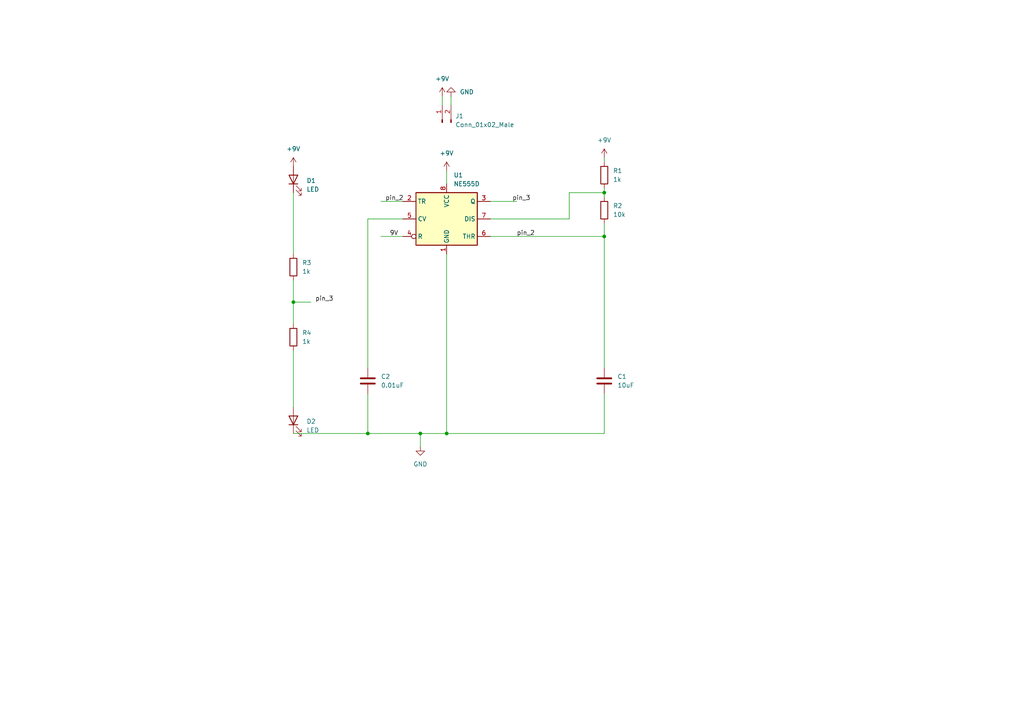
<source format=kicad_sch>
(kicad_sch (version 20211123) (generator eeschema)

  (uuid 2d70a6e8-45d7-4a5e-aa77-b39c2c21f900)

  (paper "A4")

  (lib_symbols
    (symbol "Connector:Conn_01x02_Male" (pin_names (offset 1.016) hide) (in_bom yes) (on_board yes)
      (property "Reference" "J" (id 0) (at 0 2.54 0)
        (effects (font (size 1.27 1.27)))
      )
      (property "Value" "Conn_01x02_Male" (id 1) (at 0 -5.08 0)
        (effects (font (size 1.27 1.27)))
      )
      (property "Footprint" "" (id 2) (at 0 0 0)
        (effects (font (size 1.27 1.27)) hide)
      )
      (property "Datasheet" "~" (id 3) (at 0 0 0)
        (effects (font (size 1.27 1.27)) hide)
      )
      (property "ki_keywords" "connector" (id 4) (at 0 0 0)
        (effects (font (size 1.27 1.27)) hide)
      )
      (property "ki_description" "Generic connector, single row, 01x02, script generated (kicad-library-utils/schlib/autogen/connector/)" (id 5) (at 0 0 0)
        (effects (font (size 1.27 1.27)) hide)
      )
      (property "ki_fp_filters" "Connector*:*_1x??_*" (id 6) (at 0 0 0)
        (effects (font (size 1.27 1.27)) hide)
      )
      (symbol "Conn_01x02_Male_1_1"
        (polyline
          (pts
            (xy 1.27 -2.54)
            (xy 0.8636 -2.54)
          )
          (stroke (width 0.1524) (type default) (color 0 0 0 0))
          (fill (type none))
        )
        (polyline
          (pts
            (xy 1.27 0)
            (xy 0.8636 0)
          )
          (stroke (width 0.1524) (type default) (color 0 0 0 0))
          (fill (type none))
        )
        (rectangle (start 0.8636 -2.413) (end 0 -2.667)
          (stroke (width 0.1524) (type default) (color 0 0 0 0))
          (fill (type outline))
        )
        (rectangle (start 0.8636 0.127) (end 0 -0.127)
          (stroke (width 0.1524) (type default) (color 0 0 0 0))
          (fill (type outline))
        )
        (pin passive line (at 5.08 0 180) (length 3.81)
          (name "Pin_1" (effects (font (size 1.27 1.27))))
          (number "1" (effects (font (size 1.27 1.27))))
        )
        (pin passive line (at 5.08 -2.54 180) (length 3.81)
          (name "Pin_2" (effects (font (size 1.27 1.27))))
          (number "2" (effects (font (size 1.27 1.27))))
        )
      )
    )
    (symbol "Device:C" (pin_numbers hide) (pin_names (offset 0.254)) (in_bom yes) (on_board yes)
      (property "Reference" "C" (id 0) (at 0.635 2.54 0)
        (effects (font (size 1.27 1.27)) (justify left))
      )
      (property "Value" "C" (id 1) (at 0.635 -2.54 0)
        (effects (font (size 1.27 1.27)) (justify left))
      )
      (property "Footprint" "" (id 2) (at 0.9652 -3.81 0)
        (effects (font (size 1.27 1.27)) hide)
      )
      (property "Datasheet" "~" (id 3) (at 0 0 0)
        (effects (font (size 1.27 1.27)) hide)
      )
      (property "ki_keywords" "cap capacitor" (id 4) (at 0 0 0)
        (effects (font (size 1.27 1.27)) hide)
      )
      (property "ki_description" "Unpolarized capacitor" (id 5) (at 0 0 0)
        (effects (font (size 1.27 1.27)) hide)
      )
      (property "ki_fp_filters" "C_*" (id 6) (at 0 0 0)
        (effects (font (size 1.27 1.27)) hide)
      )
      (symbol "C_0_1"
        (polyline
          (pts
            (xy -2.032 -0.762)
            (xy 2.032 -0.762)
          )
          (stroke (width 0.508) (type default) (color 0 0 0 0))
          (fill (type none))
        )
        (polyline
          (pts
            (xy -2.032 0.762)
            (xy 2.032 0.762)
          )
          (stroke (width 0.508) (type default) (color 0 0 0 0))
          (fill (type none))
        )
      )
      (symbol "C_1_1"
        (pin passive line (at 0 3.81 270) (length 2.794)
          (name "~" (effects (font (size 1.27 1.27))))
          (number "1" (effects (font (size 1.27 1.27))))
        )
        (pin passive line (at 0 -3.81 90) (length 2.794)
          (name "~" (effects (font (size 1.27 1.27))))
          (number "2" (effects (font (size 1.27 1.27))))
        )
      )
    )
    (symbol "Device:LED" (pin_numbers hide) (pin_names (offset 1.016) hide) (in_bom yes) (on_board yes)
      (property "Reference" "D" (id 0) (at 0 2.54 0)
        (effects (font (size 1.27 1.27)))
      )
      (property "Value" "LED" (id 1) (at 0 -2.54 0)
        (effects (font (size 1.27 1.27)))
      )
      (property "Footprint" "" (id 2) (at 0 0 0)
        (effects (font (size 1.27 1.27)) hide)
      )
      (property "Datasheet" "~" (id 3) (at 0 0 0)
        (effects (font (size 1.27 1.27)) hide)
      )
      (property "ki_keywords" "LED diode" (id 4) (at 0 0 0)
        (effects (font (size 1.27 1.27)) hide)
      )
      (property "ki_description" "Light emitting diode" (id 5) (at 0 0 0)
        (effects (font (size 1.27 1.27)) hide)
      )
      (property "ki_fp_filters" "LED* LED_SMD:* LED_THT:*" (id 6) (at 0 0 0)
        (effects (font (size 1.27 1.27)) hide)
      )
      (symbol "LED_0_1"
        (polyline
          (pts
            (xy -1.27 -1.27)
            (xy -1.27 1.27)
          )
          (stroke (width 0.254) (type default) (color 0 0 0 0))
          (fill (type none))
        )
        (polyline
          (pts
            (xy -1.27 0)
            (xy 1.27 0)
          )
          (stroke (width 0) (type default) (color 0 0 0 0))
          (fill (type none))
        )
        (polyline
          (pts
            (xy 1.27 -1.27)
            (xy 1.27 1.27)
            (xy -1.27 0)
            (xy 1.27 -1.27)
          )
          (stroke (width 0.254) (type default) (color 0 0 0 0))
          (fill (type none))
        )
        (polyline
          (pts
            (xy -3.048 -0.762)
            (xy -4.572 -2.286)
            (xy -3.81 -2.286)
            (xy -4.572 -2.286)
            (xy -4.572 -1.524)
          )
          (stroke (width 0) (type default) (color 0 0 0 0))
          (fill (type none))
        )
        (polyline
          (pts
            (xy -1.778 -0.762)
            (xy -3.302 -2.286)
            (xy -2.54 -2.286)
            (xy -3.302 -2.286)
            (xy -3.302 -1.524)
          )
          (stroke (width 0) (type default) (color 0 0 0 0))
          (fill (type none))
        )
      )
      (symbol "LED_1_1"
        (pin passive line (at -3.81 0 0) (length 2.54)
          (name "K" (effects (font (size 1.27 1.27))))
          (number "1" (effects (font (size 1.27 1.27))))
        )
        (pin passive line (at 3.81 0 180) (length 2.54)
          (name "A" (effects (font (size 1.27 1.27))))
          (number "2" (effects (font (size 1.27 1.27))))
        )
      )
    )
    (symbol "Device:R" (pin_numbers hide) (pin_names (offset 0)) (in_bom yes) (on_board yes)
      (property "Reference" "R" (id 0) (at 2.032 0 90)
        (effects (font (size 1.27 1.27)))
      )
      (property "Value" "R" (id 1) (at 0 0 90)
        (effects (font (size 1.27 1.27)))
      )
      (property "Footprint" "" (id 2) (at -1.778 0 90)
        (effects (font (size 1.27 1.27)) hide)
      )
      (property "Datasheet" "~" (id 3) (at 0 0 0)
        (effects (font (size 1.27 1.27)) hide)
      )
      (property "ki_keywords" "R res resistor" (id 4) (at 0 0 0)
        (effects (font (size 1.27 1.27)) hide)
      )
      (property "ki_description" "Resistor" (id 5) (at 0 0 0)
        (effects (font (size 1.27 1.27)) hide)
      )
      (property "ki_fp_filters" "R_*" (id 6) (at 0 0 0)
        (effects (font (size 1.27 1.27)) hide)
      )
      (symbol "R_0_1"
        (rectangle (start -1.016 -2.54) (end 1.016 2.54)
          (stroke (width 0.254) (type default) (color 0 0 0 0))
          (fill (type none))
        )
      )
      (symbol "R_1_1"
        (pin passive line (at 0 3.81 270) (length 1.27)
          (name "~" (effects (font (size 1.27 1.27))))
          (number "1" (effects (font (size 1.27 1.27))))
        )
        (pin passive line (at 0 -3.81 90) (length 1.27)
          (name "~" (effects (font (size 1.27 1.27))))
          (number "2" (effects (font (size 1.27 1.27))))
        )
      )
    )
    (symbol "Timer:NE555D" (in_bom yes) (on_board yes)
      (property "Reference" "U" (id 0) (at -10.16 8.89 0)
        (effects (font (size 1.27 1.27)) (justify left))
      )
      (property "Value" "NE555D" (id 1) (at 2.54 8.89 0)
        (effects (font (size 1.27 1.27)) (justify left))
      )
      (property "Footprint" "Package_SO:SOIC-8_3.9x4.9mm_P1.27mm" (id 2) (at 21.59 -10.16 0)
        (effects (font (size 1.27 1.27)) hide)
      )
      (property "Datasheet" "http://www.ti.com/lit/ds/symlink/ne555.pdf" (id 3) (at 21.59 -10.16 0)
        (effects (font (size 1.27 1.27)) hide)
      )
      (property "ki_keywords" "single timer 555" (id 4) (at 0 0 0)
        (effects (font (size 1.27 1.27)) hide)
      )
      (property "ki_description" "Precision Timers, 555 compatible, SOIC-8" (id 5) (at 0 0 0)
        (effects (font (size 1.27 1.27)) hide)
      )
      (property "ki_fp_filters" "SOIC*3.9x4.9mm*P1.27mm*" (id 6) (at 0 0 0)
        (effects (font (size 1.27 1.27)) hide)
      )
      (symbol "NE555D_0_0"
        (pin power_in line (at 0 -10.16 90) (length 2.54)
          (name "GND" (effects (font (size 1.27 1.27))))
          (number "1" (effects (font (size 1.27 1.27))))
        )
        (pin power_in line (at 0 10.16 270) (length 2.54)
          (name "VCC" (effects (font (size 1.27 1.27))))
          (number "8" (effects (font (size 1.27 1.27))))
        )
      )
      (symbol "NE555D_0_1"
        (rectangle (start -8.89 -7.62) (end 8.89 7.62)
          (stroke (width 0.254) (type default) (color 0 0 0 0))
          (fill (type background))
        )
        (rectangle (start -8.89 -7.62) (end 8.89 7.62)
          (stroke (width 0.254) (type default) (color 0 0 0 0))
          (fill (type background))
        )
      )
      (symbol "NE555D_1_1"
        (pin input line (at -12.7 5.08 0) (length 3.81)
          (name "TR" (effects (font (size 1.27 1.27))))
          (number "2" (effects (font (size 1.27 1.27))))
        )
        (pin output line (at 12.7 5.08 180) (length 3.81)
          (name "Q" (effects (font (size 1.27 1.27))))
          (number "3" (effects (font (size 1.27 1.27))))
        )
        (pin input inverted (at -12.7 -5.08 0) (length 3.81)
          (name "R" (effects (font (size 1.27 1.27))))
          (number "4" (effects (font (size 1.27 1.27))))
        )
        (pin input line (at -12.7 0 0) (length 3.81)
          (name "CV" (effects (font (size 1.27 1.27))))
          (number "5" (effects (font (size 1.27 1.27))))
        )
        (pin input line (at 12.7 -5.08 180) (length 3.81)
          (name "THR" (effects (font (size 1.27 1.27))))
          (number "6" (effects (font (size 1.27 1.27))))
        )
        (pin input line (at 12.7 0 180) (length 3.81)
          (name "DIS" (effects (font (size 1.27 1.27))))
          (number "7" (effects (font (size 1.27 1.27))))
        )
      )
    )
    (symbol "power:+9V" (power) (pin_names (offset 0)) (in_bom yes) (on_board yes)
      (property "Reference" "#PWR" (id 0) (at 0 -3.81 0)
        (effects (font (size 1.27 1.27)) hide)
      )
      (property "Value" "+9V" (id 1) (at 0 3.556 0)
        (effects (font (size 1.27 1.27)))
      )
      (property "Footprint" "" (id 2) (at 0 0 0)
        (effects (font (size 1.27 1.27)) hide)
      )
      (property "Datasheet" "" (id 3) (at 0 0 0)
        (effects (font (size 1.27 1.27)) hide)
      )
      (property "ki_keywords" "global power" (id 4) (at 0 0 0)
        (effects (font (size 1.27 1.27)) hide)
      )
      (property "ki_description" "Power symbol creates a global label with name \"+9V\"" (id 5) (at 0 0 0)
        (effects (font (size 1.27 1.27)) hide)
      )
      (symbol "+9V_0_1"
        (polyline
          (pts
            (xy -0.762 1.27)
            (xy 0 2.54)
          )
          (stroke (width 0) (type default) (color 0 0 0 0))
          (fill (type none))
        )
        (polyline
          (pts
            (xy 0 0)
            (xy 0 2.54)
          )
          (stroke (width 0) (type default) (color 0 0 0 0))
          (fill (type none))
        )
        (polyline
          (pts
            (xy 0 2.54)
            (xy 0.762 1.27)
          )
          (stroke (width 0) (type default) (color 0 0 0 0))
          (fill (type none))
        )
      )
      (symbol "+9V_1_1"
        (pin power_in line (at 0 0 90) (length 0) hide
          (name "+9V" (effects (font (size 1.27 1.27))))
          (number "1" (effects (font (size 1.27 1.27))))
        )
      )
    )
    (symbol "power:GND" (power) (pin_names (offset 0)) (in_bom yes) (on_board yes)
      (property "Reference" "#PWR" (id 0) (at 0 -6.35 0)
        (effects (font (size 1.27 1.27)) hide)
      )
      (property "Value" "GND" (id 1) (at 0 -3.81 0)
        (effects (font (size 1.27 1.27)))
      )
      (property "Footprint" "" (id 2) (at 0 0 0)
        (effects (font (size 1.27 1.27)) hide)
      )
      (property "Datasheet" "" (id 3) (at 0 0 0)
        (effects (font (size 1.27 1.27)) hide)
      )
      (property "ki_keywords" "global power" (id 4) (at 0 0 0)
        (effects (font (size 1.27 1.27)) hide)
      )
      (property "ki_description" "Power symbol creates a global label with name \"GND\" , ground" (id 5) (at 0 0 0)
        (effects (font (size 1.27 1.27)) hide)
      )
      (symbol "GND_0_1"
        (polyline
          (pts
            (xy 0 0)
            (xy 0 -1.27)
            (xy 1.27 -1.27)
            (xy 0 -2.54)
            (xy -1.27 -1.27)
            (xy 0 -1.27)
          )
          (stroke (width 0) (type default) (color 0 0 0 0))
          (fill (type none))
        )
      )
      (symbol "GND_1_1"
        (pin power_in line (at 0 0 270) (length 0) hide
          (name "GND" (effects (font (size 1.27 1.27))))
          (number "1" (effects (font (size 1.27 1.27))))
        )
      )
    )
  )

  (junction (at 106.68 125.73) (diameter 0) (color 0 0 0 0)
    (uuid 867f1951-7433-4a99-8d14-593a5830138d)
  )
  (junction (at 175.26 68.58) (diameter 0) (color 0 0 0 0)
    (uuid d1aab110-2154-4f78-a8a9-273fa1587c67)
  )
  (junction (at 121.92 125.73) (diameter 0) (color 0 0 0 0)
    (uuid da61bd5f-f796-49ea-852e-52e883ce3228)
  )
  (junction (at 175.26 55.88) (diameter 0) (color 0 0 0 0)
    (uuid dc76adc7-6acf-4aa9-814c-28db235efd21)
  )
  (junction (at 129.54 125.73) (diameter 0) (color 0 0 0 0)
    (uuid e97d2780-167f-4ab8-b649-2e3b01ccbdfa)
  )
  (junction (at 85.09 87.63) (diameter 0) (color 0 0 0 0)
    (uuid ff5de2ce-ba59-4305-8542-e8af9222aaa7)
  )

  (wire (pts (xy 106.68 125.73) (xy 121.92 125.73))
    (stroke (width 0) (type default) (color 0 0 0 0))
    (uuid 17768775-2ce9-42fd-b7e3-f0031fb22ba3)
  )
  (wire (pts (xy 85.09 101.6) (xy 85.09 118.11))
    (stroke (width 0) (type default) (color 0 0 0 0))
    (uuid 20ff7b44-84d1-466b-9c2f-ef670086fe15)
  )
  (wire (pts (xy 142.24 68.58) (xy 175.26 68.58))
    (stroke (width 0) (type default) (color 0 0 0 0))
    (uuid 24bae839-1451-4d38-b303-881573a5d3f7)
  )
  (wire (pts (xy 106.68 125.73) (xy 106.68 114.3))
    (stroke (width 0) (type default) (color 0 0 0 0))
    (uuid 2cd2bdee-92b5-4220-8d3f-40d579c1961d)
  )
  (wire (pts (xy 175.26 114.3) (xy 175.26 125.73))
    (stroke (width 0) (type default) (color 0 0 0 0))
    (uuid 340aa140-6ca2-4b33-9959-f8a9867595be)
  )
  (wire (pts (xy 110.49 68.58) (xy 116.84 68.58))
    (stroke (width 0) (type default) (color 0 0 0 0))
    (uuid 343c215e-366c-4e60-9a9c-38ec19cebce6)
  )
  (wire (pts (xy 129.54 49.53) (xy 129.54 53.34))
    (stroke (width 0) (type default) (color 0 0 0 0))
    (uuid 3e763583-c4f6-48b8-a94b-626a61b200ac)
  )
  (wire (pts (xy 121.92 129.54) (xy 121.92 125.73))
    (stroke (width 0) (type default) (color 0 0 0 0))
    (uuid 3f141609-7a09-49b2-ade6-21f0189074cd)
  )
  (wire (pts (xy 106.68 106.68) (xy 106.68 63.5))
    (stroke (width 0) (type default) (color 0 0 0 0))
    (uuid 4108dbe4-b275-4192-8559-103bf5a5933b)
  )
  (wire (pts (xy 142.24 63.5) (xy 165.1 63.5))
    (stroke (width 0) (type default) (color 0 0 0 0))
    (uuid 426a315e-c70c-4d4a-839e-5217e0ba4873)
  )
  (wire (pts (xy 106.68 63.5) (xy 116.84 63.5))
    (stroke (width 0) (type default) (color 0 0 0 0))
    (uuid 453ea2c9-8d8f-4894-876b-2f1a24100ce6)
  )
  (wire (pts (xy 121.92 125.73) (xy 129.54 125.73))
    (stroke (width 0) (type default) (color 0 0 0 0))
    (uuid 57604c9c-5dd2-471b-b581-ab4d25ff5841)
  )
  (wire (pts (xy 175.26 64.77) (xy 175.26 68.58))
    (stroke (width 0) (type default) (color 0 0 0 0))
    (uuid 5ee138ae-a549-4d3b-9ad0-5bce7b7b44e8)
  )
  (wire (pts (xy 175.26 68.58) (xy 175.26 106.68))
    (stroke (width 0) (type default) (color 0 0 0 0))
    (uuid 67fd52a0-8b28-4467-be56-0a1b75e5f055)
  )
  (wire (pts (xy 130.81 27.94) (xy 130.81 30.48))
    (stroke (width 0) (type default) (color 0 0 0 0))
    (uuid 70f80bca-dcb1-425f-97c7-49147b8960a6)
  )
  (wire (pts (xy 175.26 45.72) (xy 175.26 46.99))
    (stroke (width 0) (type default) (color 0 0 0 0))
    (uuid 71fe9633-a32f-4bc7-ba7f-a51034198c4d)
  )
  (wire (pts (xy 165.1 63.5) (xy 165.1 55.88))
    (stroke (width 0) (type default) (color 0 0 0 0))
    (uuid 7c3e36ff-e1b9-4a88-8a47-5aca67e4914b)
  )
  (wire (pts (xy 128.27 27.94) (xy 128.27 30.48))
    (stroke (width 0) (type default) (color 0 0 0 0))
    (uuid 7e6bd23e-c01b-4c07-94e8-6a01e6a95cf2)
  )
  (wire (pts (xy 85.09 87.63) (xy 90.17 87.63))
    (stroke (width 0) (type default) (color 0 0 0 0))
    (uuid 8a2c6955-9a99-4c01-b8bf-24bf4996d03b)
  )
  (wire (pts (xy 85.09 87.63) (xy 85.09 93.98))
    (stroke (width 0) (type default) (color 0 0 0 0))
    (uuid 9c3125bf-a4a7-4545-bb10-1d5d00673170)
  )
  (wire (pts (xy 85.09 55.88) (xy 85.09 73.66))
    (stroke (width 0) (type default) (color 0 0 0 0))
    (uuid a8a09f47-b567-4038-b96d-595b4240dc19)
  )
  (wire (pts (xy 175.26 125.73) (xy 129.54 125.73))
    (stroke (width 0) (type default) (color 0 0 0 0))
    (uuid b7bc87dc-e5c3-40f5-b1e5-5e6e5ffab3b9)
  )
  (wire (pts (xy 175.26 55.88) (xy 175.26 57.15))
    (stroke (width 0) (type default) (color 0 0 0 0))
    (uuid bcf9cb88-7163-476b-843a-44ae5aaec168)
  )
  (wire (pts (xy 165.1 55.88) (xy 175.26 55.88))
    (stroke (width 0) (type default) (color 0 0 0 0))
    (uuid c419e47a-014a-4628-bab9-299a7957a64e)
  )
  (wire (pts (xy 175.26 54.61) (xy 175.26 55.88))
    (stroke (width 0) (type default) (color 0 0 0 0))
    (uuid c44073b5-452e-4db9-9838-511ed0b203bc)
  )
  (wire (pts (xy 129.54 73.66) (xy 129.54 125.73))
    (stroke (width 0) (type default) (color 0 0 0 0))
    (uuid c544dec2-a816-409a-a59c-418651a71d4d)
  )
  (wire (pts (xy 110.49 58.42) (xy 116.84 58.42))
    (stroke (width 0) (type default) (color 0 0 0 0))
    (uuid c6e22f6a-7ba1-4161-883a-93b20e5c8239)
  )
  (wire (pts (xy 85.09 125.73) (xy 106.68 125.73))
    (stroke (width 0) (type default) (color 0 0 0 0))
    (uuid c9be8139-1e4e-4ac0-9b83-e8b0164eee3a)
  )
  (wire (pts (xy 85.09 81.28) (xy 85.09 87.63))
    (stroke (width 0) (type default) (color 0 0 0 0))
    (uuid e94ccd3a-76f0-4228-8e1a-238fb770418f)
  )
  (wire (pts (xy 142.24 58.42) (xy 149.86 58.42))
    (stroke (width 0) (type default) (color 0 0 0 0))
    (uuid ec90b870-d9dd-487c-a180-47534762cffc)
  )

  (label "pin_3" (at 91.44 87.63 0)
    (effects (font (size 1.27 1.27)) (justify left bottom))
    (uuid 13089de5-35a4-4119-ae7f-06fb46f505c7)
  )
  (label "pin_2" (at 111.76 58.42 0)
    (effects (font (size 1.27 1.27)) (justify left bottom))
    (uuid 7fa00652-95b7-419e-aa0f-7f8239845107)
  )
  (label "pin_3" (at 148.59 58.42 0)
    (effects (font (size 1.27 1.27)) (justify left bottom))
    (uuid afed4b44-58c1-4a9f-a0b8-471c0c3a07e9)
  )
  (label "9V" (at 113.03 68.58 0)
    (effects (font (size 1.27 1.27)) (justify left bottom))
    (uuid b33d30f5-4e15-44a1-ab42-5f1f888c04ed)
  )
  (label "pin_2" (at 149.86 68.58 0)
    (effects (font (size 1.27 1.27)) (justify left bottom))
    (uuid fd67ff4e-0f23-45cd-b949-532aa365c708)
  )

  (symbol (lib_id "power:+9V") (at 175.26 45.72 0) (unit 1)
    (in_bom yes) (on_board yes) (fields_autoplaced)
    (uuid 0210ba4a-bd02-4b39-bb8e-99acbe4a69cc)
    (property "Reference" "#PWR0103" (id 0) (at 175.26 49.53 0)
      (effects (font (size 1.27 1.27)) hide)
    )
    (property "Value" "+9V" (id 1) (at 175.26 40.64 0))
    (property "Footprint" "" (id 2) (at 175.26 45.72 0)
      (effects (font (size 1.27 1.27)) hide)
    )
    (property "Datasheet" "" (id 3) (at 175.26 45.72 0)
      (effects (font (size 1.27 1.27)) hide)
    )
    (pin "1" (uuid 80e5b743-8aff-4fb5-a469-a9741a3bd31a))
  )

  (symbol (lib_id "Device:R") (at 175.26 60.96 0) (unit 1)
    (in_bom yes) (on_board yes) (fields_autoplaced)
    (uuid 27ae16c9-91fe-42e1-8c9c-867c0ba7759e)
    (property "Reference" "R2" (id 0) (at 177.8 59.6899 0)
      (effects (font (size 1.27 1.27)) (justify left))
    )
    (property "Value" "10k" (id 1) (at 177.8 62.2299 0)
      (effects (font (size 1.27 1.27)) (justify left))
    )
    (property "Footprint" "Resistor_SMD:R_0805_2012Metric_Pad1.20x1.40mm_HandSolder" (id 2) (at 173.482 60.96 90)
      (effects (font (size 1.27 1.27)) hide)
    )
    (property "Datasheet" "~" (id 3) (at 175.26 60.96 0)
      (effects (font (size 1.27 1.27)) hide)
    )
    (pin "1" (uuid 1abe3c7c-d246-46e3-a9a7-ff3e2a0b574d))
    (pin "2" (uuid 454a50e9-b842-437b-8dd8-6974e215f087))
  )

  (symbol (lib_id "power:+9V") (at 85.09 48.26 0) (unit 1)
    (in_bom yes) (on_board yes) (fields_autoplaced)
    (uuid 4b67a249-2d19-4f49-92b2-601317cb4653)
    (property "Reference" "#PWR0102" (id 0) (at 85.09 52.07 0)
      (effects (font (size 1.27 1.27)) hide)
    )
    (property "Value" "+9V" (id 1) (at 85.09 43.18 0))
    (property "Footprint" "" (id 2) (at 85.09 48.26 0)
      (effects (font (size 1.27 1.27)) hide)
    )
    (property "Datasheet" "" (id 3) (at 85.09 48.26 0)
      (effects (font (size 1.27 1.27)) hide)
    )
    (pin "1" (uuid 976cfa74-a81c-4cb2-a282-7f94ca130040))
  )

  (symbol (lib_id "Device:R") (at 175.26 50.8 0) (unit 1)
    (in_bom yes) (on_board yes) (fields_autoplaced)
    (uuid 4e90e71a-a6e2-41b7-b2be-4a0e8bad589a)
    (property "Reference" "R1" (id 0) (at 177.8 49.5299 0)
      (effects (font (size 1.27 1.27)) (justify left))
    )
    (property "Value" "1k" (id 1) (at 177.8 52.0699 0)
      (effects (font (size 1.27 1.27)) (justify left))
    )
    (property "Footprint" "Resistor_SMD:R_0805_2012Metric_Pad1.20x1.40mm_HandSolder" (id 2) (at 173.482 50.8 90)
      (effects (font (size 1.27 1.27)) hide)
    )
    (property "Datasheet" "~" (id 3) (at 175.26 50.8 0)
      (effects (font (size 1.27 1.27)) hide)
    )
    (pin "1" (uuid a2f76ac1-cae5-4fb3-ba1e-55da661c98cc))
    (pin "2" (uuid 67b77aa8-6fc4-4b5d-b160-49933ff58298))
  )

  (symbol (lib_id "Device:LED") (at 85.09 52.07 90) (unit 1)
    (in_bom yes) (on_board yes) (fields_autoplaced)
    (uuid 533ff930-5ec6-41bf-afb0-3f3c93f5e85a)
    (property "Reference" "D1" (id 0) (at 88.9 52.3874 90)
      (effects (font (size 1.27 1.27)) (justify right))
    )
    (property "Value" "LED" (id 1) (at 88.9 54.9274 90)
      (effects (font (size 1.27 1.27)) (justify right))
    )
    (property "Footprint" "LED_SMD:LED_1206_3216Metric_Pad1.42x1.75mm_HandSolder" (id 2) (at 85.09 52.07 0)
      (effects (font (size 1.27 1.27)) hide)
    )
    (property "Datasheet" "~" (id 3) (at 85.09 52.07 0)
      (effects (font (size 1.27 1.27)) hide)
    )
    (pin "1" (uuid 854171b5-1b9a-460c-9630-15f71c0b11db))
    (pin "2" (uuid 8582f52c-85b7-4c21-9614-b8e4259fab3e))
  )

  (symbol (lib_id "power:GND") (at 121.92 129.54 0) (unit 1)
    (in_bom yes) (on_board yes) (fields_autoplaced)
    (uuid 5af47b6c-42e5-434d-87b1-25bfe51bd724)
    (property "Reference" "#PWR0101" (id 0) (at 121.92 135.89 0)
      (effects (font (size 1.27 1.27)) hide)
    )
    (property "Value" "GND" (id 1) (at 121.92 134.62 0))
    (property "Footprint" "" (id 2) (at 121.92 129.54 0)
      (effects (font (size 1.27 1.27)) hide)
    )
    (property "Datasheet" "" (id 3) (at 121.92 129.54 0)
      (effects (font (size 1.27 1.27)) hide)
    )
    (pin "1" (uuid 9587efbb-938d-4fac-b64f-4fd6b32cdadd))
  )

  (symbol (lib_id "Device:LED") (at 85.09 121.92 90) (unit 1)
    (in_bom yes) (on_board yes) (fields_autoplaced)
    (uuid 74aa04fd-a935-46ff-ad1f-d7a1cbcf9b4c)
    (property "Reference" "D2" (id 0) (at 88.9 122.2374 90)
      (effects (font (size 1.27 1.27)) (justify right))
    )
    (property "Value" "LED" (id 1) (at 88.9 124.7774 90)
      (effects (font (size 1.27 1.27)) (justify right))
    )
    (property "Footprint" "LED_SMD:LED_1206_3216Metric_Pad1.42x1.75mm_HandSolder" (id 2) (at 85.09 121.92 0)
      (effects (font (size 1.27 1.27)) hide)
    )
    (property "Datasheet" "~" (id 3) (at 85.09 121.92 0)
      (effects (font (size 1.27 1.27)) hide)
    )
    (pin "1" (uuid 74af1e1e-873c-41c9-a581-476381ad7757))
    (pin "2" (uuid 90fe5dc9-8c0e-4340-afee-729daa9481c5))
  )

  (symbol (lib_id "Device:R") (at 85.09 77.47 0) (unit 1)
    (in_bom yes) (on_board yes) (fields_autoplaced)
    (uuid 769ed396-b724-4d23-b65d-c024b011c67e)
    (property "Reference" "R3" (id 0) (at 87.63 76.1999 0)
      (effects (font (size 1.27 1.27)) (justify left))
    )
    (property "Value" "1k" (id 1) (at 87.63 78.7399 0)
      (effects (font (size 1.27 1.27)) (justify left))
    )
    (property "Footprint" "Resistor_SMD:R_0805_2012Metric_Pad1.20x1.40mm_HandSolder" (id 2) (at 83.312 77.47 90)
      (effects (font (size 1.27 1.27)) hide)
    )
    (property "Datasheet" "~" (id 3) (at 85.09 77.47 0)
      (effects (font (size 1.27 1.27)) hide)
    )
    (pin "1" (uuid 01a15b4d-8c3f-4ad2-bf83-5a68699b57bd))
    (pin "2" (uuid 584558d3-91a6-450a-a4be-689e52d33533))
  )

  (symbol (lib_id "Device:C") (at 106.68 110.49 0) (unit 1)
    (in_bom yes) (on_board yes) (fields_autoplaced)
    (uuid 79185541-fb4d-4ca2-a67f-601df8b44d6b)
    (property "Reference" "C2" (id 0) (at 110.49 109.2199 0)
      (effects (font (size 1.27 1.27)) (justify left))
    )
    (property "Value" "0.01uF" (id 1) (at 110.49 111.7599 0)
      (effects (font (size 1.27 1.27)) (justify left))
    )
    (property "Footprint" "Capacitor_SMD:C_0805_2012Metric_Pad1.18x1.45mm_HandSolder" (id 2) (at 107.6452 114.3 0)
      (effects (font (size 1.27 1.27)) hide)
    )
    (property "Datasheet" "~" (id 3) (at 106.68 110.49 0)
      (effects (font (size 1.27 1.27)) hide)
    )
    (pin "1" (uuid 47154f06-892b-4ee2-9390-dd1608e637e9))
    (pin "2" (uuid a68b692a-a88c-43c6-bc4f-2d530f4afd7b))
  )

  (symbol (lib_id "Connector:Conn_01x02_Male") (at 128.27 35.56 90) (unit 1)
    (in_bom yes) (on_board yes) (fields_autoplaced)
    (uuid a19f3b9d-f3cc-4248-9327-8b6648df1103)
    (property "Reference" "J1" (id 0) (at 132.08 33.6549 90)
      (effects (font (size 1.27 1.27)) (justify right))
    )
    (property "Value" "Conn_01x02_Male" (id 1) (at 132.08 36.1949 90)
      (effects (font (size 1.27 1.27)) (justify right))
    )
    (property "Footprint" "TerminalBlock:TerminalBlock_bornier-2_P5.08mm" (id 2) (at 128.27 35.56 0)
      (effects (font (size 1.27 1.27)) hide)
    )
    (property "Datasheet" "~" (id 3) (at 128.27 35.56 0)
      (effects (font (size 1.27 1.27)) hide)
    )
    (pin "1" (uuid 277c450b-2c7f-418a-8564-2fa16d283996))
    (pin "2" (uuid 3122cd25-6c5a-4eda-b4bb-7ff3d76db624))
  )

  (symbol (lib_id "Timer:NE555D") (at 129.54 63.5 0) (unit 1)
    (in_bom yes) (on_board yes) (fields_autoplaced)
    (uuid b122f413-e154-4899-a033-785bcfc118a4)
    (property "Reference" "U1" (id 0) (at 131.5594 50.8 0)
      (effects (font (size 1.27 1.27)) (justify left))
    )
    (property "Value" "NE555D" (id 1) (at 131.5594 53.34 0)
      (effects (font (size 1.27 1.27)) (justify left))
    )
    (property "Footprint" "Package_SO:SOIC-8_3.9x4.9mm_P1.27mm" (id 2) (at 151.13 73.66 0)
      (effects (font (size 1.27 1.27)) hide)
    )
    (property "Datasheet" "http://www.ti.com/lit/ds/symlink/ne555.pdf" (id 3) (at 151.13 73.66 0)
      (effects (font (size 1.27 1.27)) hide)
    )
    (pin "1" (uuid 319c3b46-a96e-4b8b-9bd6-2be4d6f0f4d3))
    (pin "8" (uuid 0e80b57e-1527-4898-91c0-2e9f23fdf79e))
    (pin "2" (uuid 811732ce-e544-49f2-9579-3ad38b19ca17))
    (pin "3" (uuid 35d367ae-5534-44ba-b6f2-12eb7f74df6f))
    (pin "4" (uuid aef96c8e-5268-4bd2-bed1-83a24daa8c07))
    (pin "5" (uuid 54974ea4-b738-4e7b-b05a-92ded7f1f570))
    (pin "6" (uuid ed2fa9a3-05c3-4474-bfa3-43ac69a30006))
    (pin "7" (uuid 911976d8-85e9-42cb-83b9-5426d0c12437))
  )

  (symbol (lib_id "power:+9V") (at 128.27 27.94 0) (unit 1)
    (in_bom yes) (on_board yes) (fields_autoplaced)
    (uuid be3ebc29-de9c-4244-823b-d2207cafd605)
    (property "Reference" "#PWR0105" (id 0) (at 128.27 31.75 0)
      (effects (font (size 1.27 1.27)) hide)
    )
    (property "Value" "+9V" (id 1) (at 128.27 22.86 0))
    (property "Footprint" "" (id 2) (at 128.27 27.94 0)
      (effects (font (size 1.27 1.27)) hide)
    )
    (property "Datasheet" "" (id 3) (at 128.27 27.94 0)
      (effects (font (size 1.27 1.27)) hide)
    )
    (pin "1" (uuid 15d9d7b5-0f7d-4342-903d-edc71e546034))
  )

  (symbol (lib_id "power:+9V") (at 129.54 49.53 0) (unit 1)
    (in_bom yes) (on_board yes) (fields_autoplaced)
    (uuid bf93b5c1-1f9d-49b7-b2de-e71b00f61189)
    (property "Reference" "#PWR0104" (id 0) (at 129.54 53.34 0)
      (effects (font (size 1.27 1.27)) hide)
    )
    (property "Value" "+9V" (id 1) (at 129.54 44.45 0))
    (property "Footprint" "" (id 2) (at 129.54 49.53 0)
      (effects (font (size 1.27 1.27)) hide)
    )
    (property "Datasheet" "" (id 3) (at 129.54 49.53 0)
      (effects (font (size 1.27 1.27)) hide)
    )
    (pin "1" (uuid 43974f97-85a7-41aa-b779-f3f522a0b7b5))
  )

  (symbol (lib_id "Device:C") (at 175.26 110.49 0) (unit 1)
    (in_bom yes) (on_board yes) (fields_autoplaced)
    (uuid ddf5b7de-d312-47c2-87cd-9b2df8819d02)
    (property "Reference" "C1" (id 0) (at 179.07 109.2199 0)
      (effects (font (size 1.27 1.27)) (justify left))
    )
    (property "Value" "10uF" (id 1) (at 179.07 111.7599 0)
      (effects (font (size 1.27 1.27)) (justify left))
    )
    (property "Footprint" "Capacitor_Tantalum_SMD:CP_EIA-3216-18_Kemet-A_Pad1.58x1.35mm_HandSolder" (id 2) (at 176.2252 114.3 0)
      (effects (font (size 1.27 1.27)) hide)
    )
    (property "Datasheet" "~" (id 3) (at 175.26 110.49 0)
      (effects (font (size 1.27 1.27)) hide)
    )
    (pin "1" (uuid bd17947e-1b62-48c9-8f27-b5e40cee6d36))
    (pin "2" (uuid 4d11f16e-bc9c-45aa-b7bd-8c4c743f7339))
  )

  (symbol (lib_id "power:GND") (at 130.81 27.94 180) (unit 1)
    (in_bom yes) (on_board yes) (fields_autoplaced)
    (uuid ea589e9d-c02e-4228-b8a1-f5ce197be5c9)
    (property "Reference" "#PWR0106" (id 0) (at 130.81 21.59 0)
      (effects (font (size 1.27 1.27)) hide)
    )
    (property "Value" "GND" (id 1) (at 133.35 26.6699 0)
      (effects (font (size 1.27 1.27)) (justify right))
    )
    (property "Footprint" "" (id 2) (at 130.81 27.94 0)
      (effects (font (size 1.27 1.27)) hide)
    )
    (property "Datasheet" "" (id 3) (at 130.81 27.94 0)
      (effects (font (size 1.27 1.27)) hide)
    )
    (pin "1" (uuid 842c9667-9b1e-483c-983d-b19a531fd431))
  )

  (symbol (lib_id "Device:R") (at 85.09 97.79 0) (unit 1)
    (in_bom yes) (on_board yes) (fields_autoplaced)
    (uuid f37fcc11-dc8c-42fb-b843-9f7f483e201f)
    (property "Reference" "R4" (id 0) (at 87.63 96.5199 0)
      (effects (font (size 1.27 1.27)) (justify left))
    )
    (property "Value" "1k" (id 1) (at 87.63 99.0599 0)
      (effects (font (size 1.27 1.27)) (justify left))
    )
    (property "Footprint" "Resistor_SMD:R_0805_2012Metric_Pad1.20x1.40mm_HandSolder" (id 2) (at 83.312 97.79 90)
      (effects (font (size 1.27 1.27)) hide)
    )
    (property "Datasheet" "~" (id 3) (at 85.09 97.79 0)
      (effects (font (size 1.27 1.27)) hide)
    )
    (pin "1" (uuid 38050ae1-2926-4885-9a83-28267535f1ba))
    (pin "2" (uuid d1327030-c2d1-477c-ac33-2cd698ec2e4b))
  )

  (sheet_instances
    (path "/" (page "1"))
  )

  (symbol_instances
    (path "/5af47b6c-42e5-434d-87b1-25bfe51bd724"
      (reference "#PWR0101") (unit 1) (value "GND") (footprint "")
    )
    (path "/4b67a249-2d19-4f49-92b2-601317cb4653"
      (reference "#PWR0102") (unit 1) (value "+9V") (footprint "")
    )
    (path "/0210ba4a-bd02-4b39-bb8e-99acbe4a69cc"
      (reference "#PWR0103") (unit 1) (value "+9V") (footprint "")
    )
    (path "/bf93b5c1-1f9d-49b7-b2de-e71b00f61189"
      (reference "#PWR0104") (unit 1) (value "+9V") (footprint "")
    )
    (path "/be3ebc29-de9c-4244-823b-d2207cafd605"
      (reference "#PWR0105") (unit 1) (value "+9V") (footprint "")
    )
    (path "/ea589e9d-c02e-4228-b8a1-f5ce197be5c9"
      (reference "#PWR0106") (unit 1) (value "GND") (footprint "")
    )
    (path "/ddf5b7de-d312-47c2-87cd-9b2df8819d02"
      (reference "C1") (unit 1) (value "10uF") (footprint "Capacitor_Tantalum_SMD:CP_EIA-3216-18_Kemet-A_Pad1.58x1.35mm_HandSolder")
    )
    (path "/79185541-fb4d-4ca2-a67f-601df8b44d6b"
      (reference "C2") (unit 1) (value "0.01uF") (footprint "Capacitor_SMD:C_0805_2012Metric_Pad1.18x1.45mm_HandSolder")
    )
    (path "/533ff930-5ec6-41bf-afb0-3f3c93f5e85a"
      (reference "D1") (unit 1) (value "LED") (footprint "LED_SMD:LED_1206_3216Metric_Pad1.42x1.75mm_HandSolder")
    )
    (path "/74aa04fd-a935-46ff-ad1f-d7a1cbcf9b4c"
      (reference "D2") (unit 1) (value "LED") (footprint "LED_SMD:LED_1206_3216Metric_Pad1.42x1.75mm_HandSolder")
    )
    (path "/a19f3b9d-f3cc-4248-9327-8b6648df1103"
      (reference "J1") (unit 1) (value "Conn_01x02_Male") (footprint "TerminalBlock:TerminalBlock_bornier-2_P5.08mm")
    )
    (path "/4e90e71a-a6e2-41b7-b2be-4a0e8bad589a"
      (reference "R1") (unit 1) (value "1k") (footprint "Resistor_SMD:R_0805_2012Metric_Pad1.20x1.40mm_HandSolder")
    )
    (path "/27ae16c9-91fe-42e1-8c9c-867c0ba7759e"
      (reference "R2") (unit 1) (value "10k") (footprint "Resistor_SMD:R_0805_2012Metric_Pad1.20x1.40mm_HandSolder")
    )
    (path "/769ed396-b724-4d23-b65d-c024b011c67e"
      (reference "R3") (unit 1) (value "1k") (footprint "Resistor_SMD:R_0805_2012Metric_Pad1.20x1.40mm_HandSolder")
    )
    (path "/f37fcc11-dc8c-42fb-b843-9f7f483e201f"
      (reference "R4") (unit 1) (value "1k") (footprint "Resistor_SMD:R_0805_2012Metric_Pad1.20x1.40mm_HandSolder")
    )
    (path "/b122f413-e154-4899-a033-785bcfc118a4"
      (reference "U1") (unit 1) (value "NE555D") (footprint "Package_SO:SOIC-8_3.9x4.9mm_P1.27mm")
    )
  )
)

</source>
